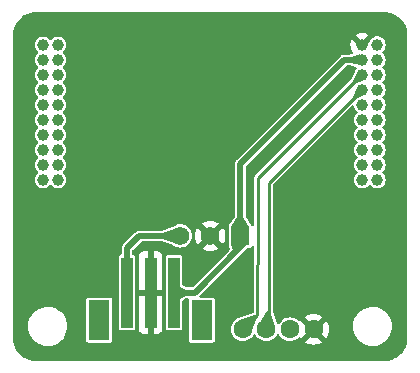
<source format=gtl>
G04 #@! TF.GenerationSoftware,KiCad,Pcbnew,7.0.5-0*
G04 #@! TF.CreationDate,2024-11-07T14:34:29-08:00*
G04 #@! TF.ProjectId,IMU Mount,494d5520-4d6f-4756-9e74-2e6b69636164,rev?*
G04 #@! TF.SameCoordinates,PX5f5e100PY5f5e100*
G04 #@! TF.FileFunction,Copper,L1,Top*
G04 #@! TF.FilePolarity,Positive*
%FSLAX46Y46*%
G04 Gerber Fmt 4.6, Leading zero omitted, Abs format (unit mm)*
G04 Created by KiCad (PCBNEW 7.0.5-0) date 2024-11-07 14:34:29*
%MOMM*%
%LPD*%
G01*
G04 APERTURE LIST*
G04 #@! TA.AperFunction,SMDPad,CuDef*
%ADD10R,1.000000X6.000000*%
G04 #@! TD*
G04 #@! TA.AperFunction,SMDPad,CuDef*
%ADD11R,1.800000X3.400000*%
G04 #@! TD*
G04 #@! TA.AperFunction,ComponentPad*
%ADD12R,1.574803X1.574803*%
G04 #@! TD*
G04 #@! TA.AperFunction,ComponentPad*
%ADD13C,1.574803*%
G04 #@! TD*
G04 #@! TA.AperFunction,ComponentPad*
%ADD14C,1.600000*%
G04 #@! TD*
G04 #@! TA.AperFunction,ComponentPad*
%ADD15C,1.000000*%
G04 #@! TD*
G04 #@! TA.AperFunction,ViaPad*
%ADD16C,0.900000*%
G04 #@! TD*
G04 #@! TA.AperFunction,Conductor*
%ADD17C,0.250000*%
G04 #@! TD*
G04 #@! TA.AperFunction,Conductor*
%ADD18C,0.500000*%
G04 #@! TD*
G04 APERTURE END LIST*
D10*
X13300000Y6250000D03*
X11300000Y6250000D03*
X9300000Y6250000D03*
D11*
X6949987Y3924879D03*
X15650013Y3924879D03*
D12*
X18890005Y11050000D03*
D13*
X16350000Y11050000D03*
X13809995Y11050000D03*
D14*
X25100000Y3150000D03*
X23100000Y3150000D03*
X21100000Y3150000D03*
X19100000Y3150000D03*
D15*
X29229998Y15809983D03*
X30500000Y15809983D03*
X29229998Y17079985D03*
X30500000Y17079985D03*
X29229998Y18349988D03*
X30500000Y18349988D03*
X29229998Y19619990D03*
X30500000Y19619990D03*
X29229998Y20889993D03*
X30500000Y20889993D03*
X29229998Y22159995D03*
X30500000Y22159995D03*
X29229998Y23429998D03*
X30500000Y23429998D03*
X29229998Y24700000D03*
X30500000Y24700000D03*
X29229998Y25970003D03*
X30500000Y25970003D03*
X29229998Y27240005D03*
X30500000Y27240005D03*
X2200000Y15800000D03*
X3470002Y15800000D03*
X2200000Y17070002D03*
X3470002Y17070002D03*
X2200000Y18340005D03*
X3470002Y18340005D03*
X2200000Y19610007D03*
X3470002Y19610007D03*
X2200000Y20880010D03*
X3470002Y20880010D03*
X2200000Y22150012D03*
X3470002Y22150012D03*
X2200000Y23420015D03*
X3470002Y23420015D03*
X2200000Y24690017D03*
X3470002Y24690017D03*
X2200000Y25960020D03*
X3470002Y25960020D03*
X2200000Y27230022D03*
X3470002Y27230022D03*
D16*
X29800000Y28850000D03*
X23550000Y20350000D03*
X2900000Y28850000D03*
D17*
X29150000Y23350000D02*
X21300000Y15500000D01*
X21300000Y3350000D02*
X21100000Y3150000D01*
X21300000Y15500000D02*
X21300000Y3350000D01*
X29150000Y23420003D02*
X29150000Y23350000D01*
X20400000Y8650000D02*
X20400000Y15940005D01*
X20350000Y8600000D02*
X20400000Y8650000D01*
X20350000Y4400000D02*
X20350000Y8600000D01*
X19100000Y3150000D02*
X20350000Y4400000D01*
X20400000Y15940005D02*
X29150000Y24690005D01*
D18*
X18890005Y17140005D02*
X27710008Y25960008D01*
X18890005Y10090005D02*
X15050000Y6250000D01*
X18890005Y11050000D02*
X18890005Y17140005D01*
X15050000Y6250000D02*
X13300000Y6250000D01*
X27710008Y25960008D02*
X29150000Y25960008D01*
X18890005Y11050000D02*
X18890005Y10090005D01*
X10350000Y11050000D02*
X9300000Y10000000D01*
X9300000Y10000000D02*
X9300000Y6250000D01*
X13809995Y11050000D02*
X10350000Y11050000D01*
G04 #@! TA.AperFunction,Conductor*
G36*
X29226201Y23432561D02*
G01*
X29232544Y23426241D01*
X29232561Y23426201D01*
X29416881Y22978879D01*
X29416864Y22969925D01*
X29410520Y22963604D01*
X29410518Y22963603D01*
X29162255Y22861376D01*
X29157800Y22860495D01*
X29144942Y22860495D01*
X29117674Y22853775D01*
X28979772Y22819786D01*
X28829145Y22740729D01*
X28795792Y22711182D01*
X28792489Y22709121D01*
X28618492Y22637474D01*
X28609537Y22637493D01*
X28605764Y22640020D01*
X28440019Y22805765D01*
X28436592Y22814038D01*
X28437472Y22818489D01*
X28763602Y23610520D01*
X28769921Y23616864D01*
X28778874Y23616883D01*
X29226201Y23432561D01*
G37*
G04 #@! TD.AperFunction*
G04 #@! TA.AperFunction,Conductor*
G36*
X20144956Y4366825D02*
G01*
X20148212Y4364528D01*
X20314527Y4198213D01*
X20317954Y4189940D01*
X20317275Y4186013D01*
X19843229Y2855432D01*
X19837225Y2848789D01*
X19828281Y2848338D01*
X19827743Y2848544D01*
X19103787Y3147438D01*
X19097448Y3153763D01*
X19097437Y3153788D01*
X18798543Y3877744D01*
X18798554Y3886699D01*
X18804893Y3893024D01*
X18805389Y3893215D01*
X20136014Y4367276D01*
X20144956Y4366825D01*
G37*
G04 #@! TD.AperFunction*
G04 #@! TA.AperFunction,Conductor*
G36*
X13807534Y6746233D02*
G01*
X14293532Y6503234D01*
X14299400Y6496469D01*
X14300000Y6492769D01*
X14300000Y6007231D01*
X14296573Y5998958D01*
X14293532Y5996766D01*
X13807534Y5753768D01*
X13798602Y5753133D01*
X13794037Y5755952D01*
X13493891Y6055498D01*
X13307296Y6241720D01*
X13303862Y6249988D01*
X13307280Y6258265D01*
X13794037Y6744050D01*
X13802314Y6747468D01*
X13807534Y6746233D01*
G37*
G04 #@! TD.AperFunction*
G04 #@! TA.AperFunction,Conductor*
G36*
X28778355Y24887100D02*
G01*
X29226201Y24702563D01*
X29232544Y24696243D01*
X29232561Y24696203D01*
X29416625Y24249501D01*
X29416608Y24240547D01*
X29410264Y24234226D01*
X29409652Y24233994D01*
X29032841Y24102895D01*
X29032319Y24102740D01*
X28979775Y24089789D01*
X28979773Y24089789D01*
X28950262Y24074301D01*
X28948670Y24073611D01*
X28590170Y23948882D01*
X28581230Y23949400D01*
X28578052Y23951659D01*
X28412280Y24117431D01*
X28408853Y24125704D01*
X28409966Y24130684D01*
X28763314Y24881265D01*
X28769938Y24887290D01*
X28778355Y24887100D01*
G37*
G04 #@! TD.AperFunction*
G04 #@! TA.AperFunction,Conductor*
G36*
X13255309Y11603860D02*
G01*
X13258312Y11601692D01*
X13807554Y11053435D01*
X13810988Y11045164D01*
X13810988Y11045139D01*
X13810016Y10279255D01*
X13806579Y10270986D01*
X13798301Y10267570D01*
X13794334Y10268268D01*
X12332859Y10797207D01*
X12326246Y10803245D01*
X12325141Y10808209D01*
X12325141Y11291545D01*
X12328568Y11299818D01*
X12333167Y11302654D01*
X13246380Y11604517D01*
X13255309Y11603860D01*
G37*
G04 #@! TD.AperFunction*
G04 #@! TA.AperFunction,Conductor*
G36*
X21424815Y4706791D02*
G01*
X21427652Y4702187D01*
X21835700Y3466455D01*
X21835040Y3457524D01*
X21829080Y3451982D01*
X21104489Y3150866D01*
X21095536Y3150856D01*
X20373869Y3450756D01*
X20367544Y3457095D01*
X20367555Y3466050D01*
X20368541Y3467925D01*
X21171540Y4704889D01*
X21178921Y4709962D01*
X21181355Y4710218D01*
X21416542Y4710218D01*
X21424815Y4706791D01*
G37*
G04 #@! TD.AperFunction*
G04 #@! TA.AperFunction,Conductor*
G36*
X18897622Y11041072D02*
G01*
X18898778Y11039726D01*
X19463483Y10270969D01*
X19465619Y10262272D01*
X19462050Y10255501D01*
X18640311Y9486231D01*
X18631929Y9483078D01*
X18624042Y9486499D01*
X18280161Y9830380D01*
X18277603Y9834228D01*
X18105543Y10255402D01*
X18105587Y10264354D01*
X18108098Y10268094D01*
X18881077Y11041073D01*
X18889349Y11044499D01*
X18897622Y11041072D01*
G37*
G04 #@! TD.AperFunction*
G04 #@! TA.AperFunction,Conductor*
G36*
X19142097Y12621376D02*
G01*
X19143488Y12619699D01*
X19671942Y11845408D01*
X19673775Y11836642D01*
X19670556Y11830544D01*
X18898283Y11057289D01*
X18890012Y11053857D01*
X18881737Y11057279D01*
X18881727Y11057289D01*
X18109453Y11830544D01*
X18106031Y11838819D01*
X18108066Y11845406D01*
X18636521Y12619699D01*
X18644016Y12624600D01*
X18646186Y12624803D01*
X19133824Y12624803D01*
X19142097Y12621376D01*
G37*
G04 #@! TD.AperFunction*
G04 #@! TA.AperFunction,Conductor*
G36*
X29037600Y26428098D02*
G01*
X29042619Y26422424D01*
X29229125Y25974500D01*
X29229142Y25965546D01*
X29229125Y25965506D01*
X29042527Y25517362D01*
X29036183Y25511041D01*
X29028885Y25510509D01*
X28240845Y25707791D01*
X28233651Y25713125D01*
X28231986Y25719141D01*
X28231986Y26201092D01*
X28235413Y26209365D01*
X28240582Y26212373D01*
X29028714Y26429208D01*
X29037600Y26428098D01*
G37*
G04 #@! TD.AperFunction*
G04 #@! TA.AperFunction,Conductor*
G36*
X28201511Y25505797D02*
G01*
X28660755Y25390827D01*
X28721008Y25355451D01*
X28752569Y25293116D01*
X28745420Y25223613D01*
X28712874Y25177728D01*
X28701817Y25167933D01*
X28605179Y25027930D01*
X28594468Y24999687D01*
X28580480Y24974045D01*
X28580510Y24974027D01*
X28580055Y24973266D01*
X28578266Y24969985D01*
X28577388Y24968798D01*
X28238726Y24249416D01*
X28214217Y24214550D01*
X20181803Y16182135D01*
X20177814Y16178480D01*
X20146805Y16152460D01*
X20126562Y16117399D01*
X20123656Y16112839D01*
X20100446Y16079692D01*
X20098206Y16074888D01*
X20091229Y16058044D01*
X20089410Y16053046D01*
X20082383Y16013194D01*
X20081212Y16007914D01*
X20070735Y15968814D01*
X20074264Y15928492D01*
X20074500Y15923085D01*
X20074500Y12020699D01*
X20054815Y11953660D01*
X20002011Y11907905D01*
X19932853Y11897961D01*
X19869297Y11926986D01*
X19845500Y11956487D01*
X19845112Y11956221D01*
X19841798Y11961076D01*
X19841725Y11961167D01*
X19841679Y11961252D01*
X19362085Y12663954D01*
X19340553Y12730423D01*
X19340505Y12733855D01*
X19340505Y16902040D01*
X19360190Y16969079D01*
X19376824Y16989721D01*
X27860292Y25473189D01*
X27921615Y25506674D01*
X27947973Y25509508D01*
X28171400Y25509508D01*
X28201511Y25505797D01*
G37*
G04 #@! TD.AperFunction*
G04 #@! TA.AperFunction,Conductor*
G36*
X31102018Y30020333D02*
G01*
X31292495Y30007850D01*
X31350407Y30004054D01*
X31358444Y30002996D01*
X31600574Y29954832D01*
X31608411Y29952732D01*
X31721044Y29914498D01*
X31842182Y29873377D01*
X31849676Y29870274D01*
X32071108Y29761075D01*
X32078121Y29757025D01*
X32283392Y29619864D01*
X32289829Y29614925D01*
X32475404Y29452177D01*
X32475432Y29452153D01*
X32481172Y29446412D01*
X32643943Y29260804D01*
X32648886Y29254363D01*
X32786038Y29049094D01*
X32790098Y29042063D01*
X32899280Y28820656D01*
X32902387Y28813155D01*
X32981739Y28579385D01*
X32983840Y28571543D01*
X33031998Y28329418D01*
X33033057Y28321369D01*
X33049367Y28072468D01*
X33049500Y28068413D01*
X33049500Y2430847D01*
X33049498Y2430829D01*
X33049499Y2402028D01*
X33049366Y2397972D01*
X33033098Y2149589D01*
X33032038Y2141539D01*
X33018005Y2070974D01*
X32983885Y1899404D01*
X32981785Y1891568D01*
X32902434Y1657787D01*
X32899330Y1650293D01*
X32790146Y1428879D01*
X32786086Y1421847D01*
X32648934Y1216578D01*
X32643991Y1210137D01*
X32481216Y1024525D01*
X32475475Y1018784D01*
X32289863Y856009D01*
X32283422Y851066D01*
X32078153Y713914D01*
X32071121Y709854D01*
X32033725Y691413D01*
X31849702Y600668D01*
X31842213Y597566D01*
X31722747Y557016D01*
X31608432Y518215D01*
X31600596Y516115D01*
X31499908Y496092D01*
X31358461Y467962D01*
X31350411Y466902D01*
X31102028Y450633D01*
X31097972Y450501D01*
X31058941Y450503D01*
X31058927Y450500D01*
X1602038Y450500D01*
X1597982Y450633D01*
X1349591Y466913D01*
X1341542Y467973D01*
X1099420Y516135D01*
X1091581Y518236D01*
X857799Y597594D01*
X850321Y600691D01*
X628901Y709883D01*
X621870Y713942D01*
X416602Y851098D01*
X410166Y856036D01*
X224551Y1018815D01*
X218812Y1024554D01*
X200785Y1045110D01*
X56033Y1210170D01*
X51101Y1216598D01*
X-86059Y1421871D01*
X-90116Y1428897D01*
X-199313Y1650329D01*
X-202405Y1657794D01*
X-281769Y1891592D01*
X-283864Y1899414D01*
X-332030Y2141556D01*
X-333088Y2149593D01*
X-334031Y2163976D01*
X-343869Y2314091D01*
X-349367Y2397982D01*
X-349500Y2402038D01*
X-349500Y3400000D01*
X944396Y3400000D01*
X964778Y3141010D01*
X1025427Y2888390D01*
X1124843Y2648377D01*
X1124845Y2648373D01*
X1124846Y2648372D01*
X1260588Y2426860D01*
X1429311Y2229311D01*
X1626860Y2060588D01*
X1848372Y1924846D01*
X1848374Y1924846D01*
X1848376Y1924844D01*
X1909693Y1899446D01*
X2088390Y1825427D01*
X2341006Y1764779D01*
X2600000Y1744396D01*
X2858994Y1764779D01*
X3111610Y1825427D01*
X3351628Y1924846D01*
X3573140Y2060588D01*
X3742373Y2205127D01*
X5849487Y2205127D01*
X5861118Y2146650D01*
X5861119Y2146649D01*
X5905434Y2080327D01*
X5971756Y2036012D01*
X5971757Y2036011D01*
X6030234Y2024380D01*
X6030237Y2024379D01*
X6030239Y2024379D01*
X7869737Y2024379D01*
X7869738Y2024380D01*
X7884555Y2027327D01*
X7928216Y2036011D01*
X7928216Y2036012D01*
X7928218Y2036012D01*
X7994539Y2080327D01*
X8038854Y2146648D01*
X8038854Y2146650D01*
X8038855Y2146650D01*
X8050486Y2205127D01*
X8050487Y2205129D01*
X8050487Y3230248D01*
X8599500Y3230248D01*
X8611131Y3171771D01*
X8611132Y3171770D01*
X8655447Y3105448D01*
X8721769Y3061133D01*
X8721770Y3061132D01*
X8780247Y3049501D01*
X8780250Y3049500D01*
X8780252Y3049500D01*
X9819750Y3049500D01*
X9819751Y3049501D01*
X9834568Y3052448D01*
X9878229Y3061132D01*
X9878229Y3061133D01*
X9878231Y3061133D01*
X9944552Y3105448D01*
X9988867Y3171769D01*
X9988867Y3171771D01*
X9988868Y3171771D01*
X10000499Y3230248D01*
X10000500Y3230250D01*
X10000500Y6000000D01*
X10300000Y6000000D01*
X10300000Y3202156D01*
X10306401Y3142628D01*
X10306403Y3142621D01*
X10356645Y3007914D01*
X10356649Y3007907D01*
X10442809Y2892813D01*
X10442812Y2892810D01*
X10557906Y2806650D01*
X10557913Y2806646D01*
X10692620Y2756404D01*
X10692627Y2756402D01*
X10752155Y2750001D01*
X10752172Y2750000D01*
X11050000Y2750000D01*
X11050000Y6000000D01*
X11550000Y6000000D01*
X11550000Y2750000D01*
X11847828Y2750000D01*
X11847844Y2750001D01*
X11907372Y2756402D01*
X11907379Y2756404D01*
X12042086Y2806646D01*
X12042093Y2806650D01*
X12157187Y2892810D01*
X12157190Y2892813D01*
X12243350Y3007907D01*
X12243354Y3007914D01*
X12293596Y3142621D01*
X12293598Y3142628D01*
X12299999Y3202156D01*
X12300000Y3202173D01*
X12300000Y3230248D01*
X12599500Y3230248D01*
X12611131Y3171771D01*
X12611132Y3171770D01*
X12655447Y3105448D01*
X12721769Y3061133D01*
X12721770Y3061132D01*
X12780247Y3049501D01*
X12780250Y3049500D01*
X12780252Y3049500D01*
X13819750Y3049500D01*
X13819751Y3049501D01*
X13834568Y3052448D01*
X13878229Y3061132D01*
X13878229Y3061133D01*
X13878231Y3061133D01*
X13944552Y3105448D01*
X13988867Y3171769D01*
X13988867Y3171771D01*
X13988868Y3171771D01*
X14000499Y3230248D01*
X14000500Y3230252D01*
X14000500Y5543860D01*
X14020185Y5610898D01*
X14069046Y5654768D01*
X14332330Y5786409D01*
X14387784Y5799500D01*
X14429224Y5799500D01*
X14496263Y5779815D01*
X14542018Y5727011D01*
X14551962Y5657853D01*
X14550842Y5651313D01*
X14549513Y5644632D01*
X14549513Y2205127D01*
X14561144Y2146650D01*
X14561145Y2146649D01*
X14605460Y2080327D01*
X14671782Y2036012D01*
X14671783Y2036011D01*
X14730260Y2024380D01*
X14730263Y2024379D01*
X14730265Y2024379D01*
X16569763Y2024379D01*
X16569764Y2024380D01*
X16584581Y2027327D01*
X16628242Y2036011D01*
X16628242Y2036012D01*
X16628244Y2036012D01*
X16694565Y2080327D01*
X16738880Y2146648D01*
X16738880Y2146650D01*
X16738881Y2146650D01*
X16750512Y2205127D01*
X16750513Y2205129D01*
X16750513Y5644630D01*
X16750512Y5644632D01*
X16738881Y5703109D01*
X16738880Y5703110D01*
X16694565Y5769432D01*
X16628243Y5813747D01*
X16628242Y5813748D01*
X16569765Y5825379D01*
X16569761Y5825379D01*
X15561844Y5825379D01*
X15494805Y5845064D01*
X15449050Y5897868D01*
X15439106Y5967026D01*
X15468131Y6030582D01*
X15474163Y6037060D01*
X16282337Y6845234D01*
X18750999Y9313898D01*
X18773223Y9331531D01*
X18780753Y9336210D01*
X19497574Y10007261D01*
X19520392Y10028622D01*
X19582786Y10060067D01*
X19605136Y10062098D01*
X19697157Y10062098D01*
X19697158Y10062099D01*
X19711975Y10065046D01*
X19755636Y10073730D01*
X19755636Y10073731D01*
X19755638Y10073731D01*
X19821959Y10118046D01*
X19823287Y10120033D01*
X19847398Y10156117D01*
X19901010Y10200923D01*
X19970335Y10209630D01*
X20033362Y10179476D01*
X20070082Y10120033D01*
X20074500Y10087227D01*
X20074500Y8813134D01*
X20054815Y8746095D01*
X20052077Y8742013D01*
X20050445Y8739683D01*
X20048202Y8734873D01*
X20041231Y8718042D01*
X20039410Y8713041D01*
X20032383Y8673189D01*
X20031212Y8667908D01*
X20020735Y8628808D01*
X20024263Y8588490D01*
X20024499Y8583084D01*
X20024499Y4633156D01*
X20004814Y4566117D01*
X19952010Y4520362D01*
X19942114Y4516348D01*
X18735217Y4086368D01*
X18732747Y4085453D01*
X18725014Y4082476D01*
X18724908Y4082750D01*
X18720060Y4080797D01*
X18715268Y4078812D01*
X18541467Y3985914D01*
X18541460Y3985910D01*
X18389116Y3860884D01*
X18264090Y3708540D01*
X18264086Y3708533D01*
X18171188Y3534734D01*
X18113975Y3346130D01*
X18094659Y3150000D01*
X18113975Y2953871D01*
X18123218Y2923401D01*
X18164757Y2786465D01*
X18171188Y2765267D01*
X18264086Y2591468D01*
X18264090Y2591461D01*
X18389116Y2439117D01*
X18541460Y2314091D01*
X18541467Y2314087D01*
X18715266Y2221189D01*
X18715269Y2221189D01*
X18715273Y2221186D01*
X18903868Y2163976D01*
X19100000Y2144659D01*
X19296132Y2163976D01*
X19484727Y2221186D01*
X19658538Y2314090D01*
X19810883Y2439117D01*
X19935910Y2591462D01*
X19990642Y2693860D01*
X20039602Y2743702D01*
X20107739Y2759163D01*
X20173419Y2735332D01*
X20209357Y2693858D01*
X20264085Y2591468D01*
X20264090Y2591461D01*
X20389116Y2439117D01*
X20541460Y2314091D01*
X20541467Y2314087D01*
X20715266Y2221189D01*
X20715269Y2221189D01*
X20715273Y2221186D01*
X20903868Y2163976D01*
X21100000Y2144659D01*
X21296132Y2163976D01*
X21484727Y2221186D01*
X21658538Y2314090D01*
X21810883Y2439117D01*
X21935910Y2591462D01*
X21966332Y2648377D01*
X21990642Y2693857D01*
X22039604Y2743701D01*
X22107742Y2759162D01*
X22173421Y2735330D01*
X22209358Y2693857D01*
X22264086Y2591468D01*
X22264090Y2591461D01*
X22389116Y2439117D01*
X22541460Y2314091D01*
X22541467Y2314087D01*
X22715266Y2221189D01*
X22715269Y2221189D01*
X22715273Y2221186D01*
X22903868Y2163976D01*
X23100000Y2144659D01*
X23296132Y2163976D01*
X23484727Y2221186D01*
X23658538Y2314090D01*
X23810883Y2439117D01*
X23810884Y2439118D01*
X23815051Y2444195D01*
X23872795Y2483531D01*
X23942640Y2485404D01*
X24002409Y2449218D01*
X24012481Y2436656D01*
X24020972Y2424529D01*
X24020974Y2424528D01*
X24616922Y3020477D01*
X24640507Y2940156D01*
X24718239Y2819202D01*
X24826900Y2725048D01*
X24957685Y2665320D01*
X24967466Y2663914D01*
X24374526Y2070975D01*
X24374526Y2070974D01*
X24447512Y2019869D01*
X24447516Y2019867D01*
X24653673Y1923735D01*
X24653682Y1923731D01*
X24873389Y1864861D01*
X24873400Y1864859D01*
X25099998Y1845034D01*
X25100002Y1845034D01*
X25326599Y1864859D01*
X25326610Y1864861D01*
X25546317Y1923731D01*
X25546331Y1923736D01*
X25752478Y2019864D01*
X25825472Y2070975D01*
X25232534Y2663914D01*
X25242315Y2665320D01*
X25373100Y2725048D01*
X25481761Y2819202D01*
X25559493Y2940156D01*
X25583076Y3020477D01*
X26179025Y2424528D01*
X26230136Y2497522D01*
X26326264Y2703669D01*
X26326269Y2703683D01*
X26385139Y2923390D01*
X26385141Y2923401D01*
X26404966Y3149998D01*
X26404966Y3150003D01*
X26385141Y3376600D01*
X26385139Y3376611D01*
X26378872Y3400001D01*
X28444396Y3400001D01*
X28464778Y3141010D01*
X28525427Y2888390D01*
X28624843Y2648377D01*
X28624845Y2648373D01*
X28624846Y2648372D01*
X28760588Y2426860D01*
X28929311Y2229311D01*
X29126860Y2060588D01*
X29348372Y1924846D01*
X29348374Y1924846D01*
X29348376Y1924844D01*
X29409693Y1899446D01*
X29588390Y1825427D01*
X29841006Y1764779D01*
X30100000Y1744396D01*
X30358994Y1764779D01*
X30611610Y1825427D01*
X30851628Y1924846D01*
X31073140Y2060588D01*
X31270689Y2229311D01*
X31439412Y2426860D01*
X31575154Y2648372D01*
X31674573Y2888390D01*
X31735221Y3141006D01*
X31755604Y3400000D01*
X31735221Y3658994D01*
X31674573Y3911610D01*
X31611879Y4062965D01*
X31575156Y4151624D01*
X31572878Y4155341D01*
X31439412Y4373140D01*
X31270689Y4570689D01*
X31073140Y4739412D01*
X30851628Y4875154D01*
X30851627Y4875155D01*
X30851623Y4875157D01*
X30672141Y4949500D01*
X30611610Y4974573D01*
X30611611Y4974573D01*
X30473921Y5007630D01*
X30358994Y5035221D01*
X30358992Y5035222D01*
X30358991Y5035222D01*
X30100000Y5055604D01*
X29841009Y5035222D01*
X29588389Y4974573D01*
X29348376Y4875157D01*
X29126859Y4739412D01*
X28929311Y4570689D01*
X28760588Y4373141D01*
X28624843Y4151624D01*
X28525427Y3911611D01*
X28464778Y3658991D01*
X28444396Y3400001D01*
X26378872Y3400001D01*
X26326269Y3596318D01*
X26326265Y3596327D01*
X26230133Y3802484D01*
X26230131Y3802488D01*
X26179026Y3875474D01*
X26179025Y3875474D01*
X25583076Y3279525D01*
X25559493Y3359844D01*
X25481761Y3480798D01*
X25373100Y3574952D01*
X25242315Y3634680D01*
X25232533Y3636087D01*
X25825472Y4229026D01*
X25825471Y4229027D01*
X25752483Y4280134D01*
X25752481Y4280135D01*
X25546326Y4376266D01*
X25546317Y4376270D01*
X25326610Y4435140D01*
X25326599Y4435142D01*
X25100002Y4454966D01*
X25099998Y4454966D01*
X24873400Y4435142D01*
X24873389Y4435140D01*
X24653682Y4376270D01*
X24653673Y4376266D01*
X24447513Y4280132D01*
X24374527Y4229028D01*
X24374526Y4229027D01*
X24967467Y3636087D01*
X24957685Y3634680D01*
X24826900Y3574952D01*
X24718239Y3480798D01*
X24640507Y3359844D01*
X24616923Y3279524D01*
X24020973Y3875474D01*
X24020971Y3875473D01*
X24012479Y3863344D01*
X23957902Y3819719D01*
X23888404Y3812527D01*
X23826049Y3844049D01*
X23815049Y3855807D01*
X23810883Y3860884D01*
X23658539Y3985910D01*
X23658532Y3985914D01*
X23484733Y4078812D01*
X23484727Y4078814D01*
X23296132Y4136024D01*
X23296129Y4136025D01*
X23100000Y4155341D01*
X22903870Y4136025D01*
X22715266Y4078812D01*
X22541467Y3985914D01*
X22541460Y3985910D01*
X22389116Y3860884D01*
X22264090Y3708540D01*
X22264088Y3708536D01*
X22220034Y3626117D01*
X22171071Y3576273D01*
X22102933Y3560813D01*
X22037254Y3584645D01*
X21994885Y3640203D01*
X21992936Y3645670D01*
X21631751Y4739483D01*
X21625499Y4778353D01*
X21625499Y15313813D01*
X21645184Y15380851D01*
X21661818Y15401493D01*
X25078244Y18817919D01*
X28333011Y22072686D01*
X28394332Y22106169D01*
X28464024Y22101185D01*
X28519957Y22059313D01*
X28543786Y21999951D01*
X28544857Y21991126D01*
X28544858Y21991121D01*
X28605180Y21832064D01*
X28661395Y21750624D01*
X28701814Y21692067D01*
X28701816Y21692065D01*
X28785633Y21617809D01*
X28822760Y21558620D01*
X28821992Y21488754D01*
X28785633Y21432179D01*
X28701816Y21357924D01*
X28605180Y21217925D01*
X28544858Y21058868D01*
X28544857Y21058863D01*
X28524353Y20889993D01*
X28544857Y20721124D01*
X28544858Y20721119D01*
X28605180Y20562062D01*
X28661395Y20480622D01*
X28701815Y20422064D01*
X28785635Y20347807D01*
X28822761Y20288618D01*
X28821993Y20218753D01*
X28785634Y20162177D01*
X28701816Y20087921D01*
X28605180Y19947922D01*
X28544858Y19788865D01*
X28544857Y19788860D01*
X28524353Y19619990D01*
X28544857Y19451121D01*
X28544858Y19451116D01*
X28605180Y19292059D01*
X28661395Y19210619D01*
X28701815Y19152061D01*
X28785634Y19077804D01*
X28822760Y19018616D01*
X28821992Y18948751D01*
X28785634Y18892175D01*
X28701814Y18817917D01*
X28605180Y18677920D01*
X28544858Y18518863D01*
X28544857Y18518858D01*
X28524353Y18349989D01*
X28544857Y18181119D01*
X28544858Y18181114D01*
X28605180Y18022057D01*
X28661395Y17940617D01*
X28701815Y17882059D01*
X28785635Y17807802D01*
X28822761Y17748613D01*
X28821993Y17678748D01*
X28785634Y17622172D01*
X28701816Y17547916D01*
X28605180Y17407917D01*
X28544858Y17248860D01*
X28544857Y17248855D01*
X28524353Y17079985D01*
X28544857Y16911116D01*
X28544858Y16911111D01*
X28605180Y16752054D01*
X28661395Y16670614D01*
X28701814Y16612057D01*
X28701816Y16612055D01*
X28785633Y16537799D01*
X28822760Y16478610D01*
X28821992Y16408744D01*
X28785633Y16352169D01*
X28701816Y16277914D01*
X28605180Y16137915D01*
X28544858Y15978858D01*
X28544857Y15978853D01*
X28524353Y15809984D01*
X28544857Y15641114D01*
X28544858Y15641109D01*
X28605180Y15482052D01*
X28660787Y15401493D01*
X28701815Y15342054D01*
X28807503Y15248423D01*
X28829148Y15229247D01*
X28979771Y15150194D01*
X28979773Y15150193D01*
X29144942Y15109483D01*
X29315054Y15109483D01*
X29480223Y15150193D01*
X29559690Y15191902D01*
X29630847Y15229247D01*
X29630848Y15229249D01*
X29630850Y15229249D01*
X29758181Y15342054D01*
X29762949Y15348963D01*
X29817231Y15392952D01*
X29886679Y15400612D01*
X29949245Y15369509D01*
X29967047Y15348965D01*
X29971817Y15342054D01*
X30075494Y15250204D01*
X30099150Y15229247D01*
X30249773Y15150194D01*
X30249775Y15150193D01*
X30414944Y15109483D01*
X30585056Y15109483D01*
X30750225Y15150193D01*
X30829692Y15191902D01*
X30900849Y15229247D01*
X30900850Y15229249D01*
X30900852Y15229249D01*
X31028183Y15342054D01*
X31124818Y15482053D01*
X31185140Y15641111D01*
X31205645Y15809983D01*
X31185140Y15978855D01*
X31124818Y16137913D01*
X31028183Y16277912D01*
X30944362Y16352170D01*
X30907237Y16411358D01*
X30908005Y16481223D01*
X30944362Y16537798D01*
X31028183Y16612056D01*
X31124818Y16752055D01*
X31185140Y16911113D01*
X31205645Y17079985D01*
X31185140Y17248857D01*
X31124818Y17407915D01*
X31028183Y17547914D01*
X30944361Y17622173D01*
X30907236Y17681361D01*
X30908004Y17751226D01*
X30944362Y17807801D01*
X31028183Y17882059D01*
X31124818Y18022058D01*
X31185140Y18181116D01*
X31205645Y18349988D01*
X31185140Y18518860D01*
X31124818Y18677918D01*
X31028183Y18817917D01*
X31028181Y18817919D01*
X30944364Y18892175D01*
X30907237Y18951364D01*
X30908005Y19021230D01*
X30944363Y19077804D01*
X31028183Y19152061D01*
X31124818Y19292060D01*
X31185140Y19451118D01*
X31205645Y19619990D01*
X31185140Y19788862D01*
X31124818Y19947920D01*
X31028183Y20087919D01*
X30944361Y20162178D01*
X30907236Y20221366D01*
X30908004Y20291231D01*
X30944362Y20347806D01*
X31028183Y20422064D01*
X31124818Y20562063D01*
X31185140Y20721121D01*
X31205645Y20889993D01*
X31185140Y21058865D01*
X31124818Y21217923D01*
X31028183Y21357922D01*
X30944362Y21432180D01*
X30907237Y21491368D01*
X30908005Y21561233D01*
X30944362Y21617808D01*
X31028183Y21692066D01*
X31124818Y21832065D01*
X31185140Y21991123D01*
X31205645Y22159995D01*
X31185140Y22328867D01*
X31124818Y22487925D01*
X31028183Y22627924D01*
X30944361Y22702183D01*
X30907236Y22761371D01*
X30908004Y22831236D01*
X30944362Y22887811D01*
X31028183Y22962069D01*
X31124818Y23102068D01*
X31185140Y23261126D01*
X31205645Y23429998D01*
X31185140Y23598870D01*
X31124818Y23757928D01*
X31028183Y23897927D01*
X30944362Y23972185D01*
X30907237Y24031373D01*
X30908005Y24101238D01*
X30944362Y24157813D01*
X31028183Y24232071D01*
X31124818Y24372070D01*
X31185140Y24531128D01*
X31205645Y24700000D01*
X31185140Y24868872D01*
X31124818Y25027930D01*
X31028183Y25167929D01*
X30944361Y25242188D01*
X30907236Y25301376D01*
X30908004Y25371241D01*
X30944362Y25427816D01*
X31028183Y25502074D01*
X31124818Y25642073D01*
X31185140Y25801131D01*
X31205645Y25970003D01*
X31185140Y26138875D01*
X31124818Y26297933D01*
X31105048Y26326574D01*
X31051572Y26404047D01*
X31028183Y26437932D01*
X30944362Y26512190D01*
X30907237Y26571378D01*
X30908005Y26641243D01*
X30944362Y26697818D01*
X31028183Y26772076D01*
X31124818Y26912075D01*
X31185140Y27071133D01*
X31205645Y27240005D01*
X31185140Y27408877D01*
X31124818Y27567935D01*
X31028183Y27707934D01*
X30900852Y27820739D01*
X30900849Y27820742D01*
X30750226Y27899795D01*
X30585056Y27940505D01*
X30414944Y27940505D01*
X30249773Y27899795D01*
X30099150Y27820742D01*
X29971816Y27707933D01*
X29875181Y27567935D01*
X29875178Y27567929D01*
X29862442Y27534346D01*
X29834182Y27490638D01*
X29554992Y27211448D01*
X29554992Y27297310D01*
X29515793Y27405009D01*
X29442123Y27492806D01*
X29342867Y27550111D01*
X29258434Y27564999D01*
X29201562Y27564999D01*
X29117129Y27550111D01*
X29017873Y27492806D01*
X28944203Y27405009D01*
X28905004Y27297310D01*
X28905004Y27211446D01*
X28367921Y27748529D01*
X28367920Y27748529D01*
X28301650Y27624544D01*
X28244466Y27436036D01*
X28225159Y27240006D01*
X28244466Y27043973D01*
X28301649Y26855466D01*
X28394501Y26681752D01*
X28394505Y26681745D01*
X28416590Y26654835D01*
X28443903Y26590525D01*
X28432112Y26521658D01*
X28384960Y26470097D01*
X28353631Y26456613D01*
X28202207Y26414951D01*
X28169313Y26410508D01*
X27738791Y26410508D01*
X27731852Y26410898D01*
X27718638Y26412387D01*
X27692973Y26415279D01*
X27635654Y26404435D01*
X27633372Y26404047D01*
X27585788Y26396874D01*
X27575721Y26395356D01*
X27575720Y26395356D01*
X27575715Y26395355D01*
X27567558Y26392840D01*
X27559535Y26390032D01*
X27507947Y26362767D01*
X27505878Y26361722D01*
X27453368Y26336435D01*
X27446318Y26331629D01*
X27439466Y26326572D01*
X27398234Y26285340D01*
X27396565Y26283732D01*
X27353812Y26244062D01*
X27348020Y26236799D01*
X27347368Y26237319D01*
X27337976Y26225082D01*
X18591809Y17478913D01*
X18586622Y17474278D01*
X18556038Y17449888D01*
X18556035Y17449884D01*
X18523176Y17401692D01*
X18521837Y17399805D01*
X18487211Y17352887D01*
X18483221Y17345338D01*
X18479533Y17337680D01*
X18462336Y17281931D01*
X18461612Y17279730D01*
X18442358Y17224701D01*
X18440776Y17216346D01*
X18439505Y17207906D01*
X18439505Y17149585D01*
X18439462Y17147300D01*
X18438599Y17124235D01*
X18437280Y17088994D01*
X18438320Y17079763D01*
X18437489Y17079670D01*
X18439504Y17064376D01*
X18439504Y12733856D01*
X18419819Y12666817D01*
X18417924Y12663955D01*
X17938330Y11961252D01*
X17924958Y11933518D01*
X17920660Y11925997D01*
X17913736Y11915633D01*
X17913734Y11915628D01*
X17912653Y11910197D01*
X17911086Y11904008D01*
X17909687Y11899481D01*
X17900860Y11850461D01*
X17900845Y11847668D01*
X17902102Y11832712D01*
X17902102Y10288272D01*
X17900275Y10272354D01*
X17900903Y10272280D01*
X17900089Y10265368D01*
X17900045Y10256409D01*
X17900962Y10251681D01*
X17901796Y10245960D01*
X17902102Y10242848D01*
X17914582Y10180106D01*
X17915302Y10177692D01*
X18007481Y9952051D01*
X18014611Y9882546D01*
X17983032Y9820220D01*
X17980371Y9817476D01*
X14899716Y6736819D01*
X14838393Y6703334D01*
X14812035Y6700500D01*
X14387784Y6700500D01*
X14332330Y6713591D01*
X14200687Y6779413D01*
X14069045Y6845234D01*
X14017887Y6892822D01*
X14000500Y6956143D01*
X14000500Y9269751D01*
X14000499Y9269753D01*
X13988868Y9328230D01*
X13988867Y9328231D01*
X13944552Y9394553D01*
X13878230Y9438868D01*
X13878229Y9438869D01*
X13819752Y9450500D01*
X13819748Y9450500D01*
X12780252Y9450500D01*
X12780247Y9450500D01*
X12721770Y9438869D01*
X12721769Y9438868D01*
X12655447Y9394553D01*
X12611132Y9328231D01*
X12611131Y9328230D01*
X12599500Y9269753D01*
X12599500Y3230248D01*
X12300000Y3230248D01*
X12300000Y6000000D01*
X11550000Y6000000D01*
X11050000Y6000000D01*
X10300000Y6000000D01*
X10000500Y6000000D01*
X10000500Y6500000D01*
X10299999Y6500000D01*
X11050000Y6500000D01*
X11050000Y9750000D01*
X11550000Y9750000D01*
X11550000Y6500000D01*
X12300000Y6500000D01*
X12300000Y9297828D01*
X12299999Y9297845D01*
X12293598Y9357373D01*
X12293596Y9357380D01*
X12243354Y9492087D01*
X12243350Y9492094D01*
X12157190Y9607188D01*
X12157187Y9607191D01*
X12042093Y9693351D01*
X12042086Y9693355D01*
X11907379Y9743597D01*
X11907372Y9743599D01*
X11847844Y9750000D01*
X11550000Y9750000D01*
X11050000Y9750000D01*
X10752155Y9750000D01*
X10692627Y9743599D01*
X10692620Y9743597D01*
X10557913Y9693355D01*
X10557906Y9693351D01*
X10442812Y9607191D01*
X10442809Y9607188D01*
X10356649Y9492094D01*
X10356645Y9492087D01*
X10306403Y9357380D01*
X10306401Y9357373D01*
X10300000Y9297845D01*
X10300000Y9297828D01*
X10299999Y6500000D01*
X10000500Y6500000D01*
X10000500Y9269751D01*
X10000499Y9269753D01*
X9988868Y9328230D01*
X9988867Y9328231D01*
X9944552Y9394553D01*
X9878230Y9438868D01*
X9850308Y9444422D01*
X9788397Y9476807D01*
X9753823Y9537523D01*
X9750500Y9566039D01*
X9750500Y9762035D01*
X9770185Y9829074D01*
X9786819Y9849716D01*
X10500284Y10563181D01*
X10561607Y10596666D01*
X10587965Y10599500D01*
X12253535Y10599500D01*
X12295735Y10592098D01*
X13196974Y10265920D01*
X13233437Y10245177D01*
X13258491Y10224616D01*
X13258494Y10224614D01*
X13258496Y10224613D01*
X13430107Y10132884D01*
X13430109Y10132884D01*
X13430112Y10132882D01*
X13616333Y10076393D01*
X13809995Y10057319D01*
X14003657Y10076393D01*
X14189878Y10132882D01*
X14361499Y10224616D01*
X14511926Y10348069D01*
X14635379Y10498496D01*
X14727113Y10670117D01*
X14783602Y10856338D01*
X14802676Y11049999D01*
X15057681Y11049999D01*
X15077313Y10825597D01*
X15077315Y10825586D01*
X15135614Y10608009D01*
X15135618Y10608000D01*
X15230818Y10403841D01*
X15280020Y10333574D01*
X15858859Y10912414D01*
X15881309Y10835956D01*
X15960598Y10712581D01*
X16071433Y10616542D01*
X16204836Y10555618D01*
X16208625Y10555074D01*
X15633572Y9980022D01*
X15703842Y9930818D01*
X15907999Y9835619D01*
X15908008Y9835615D01*
X16125585Y9777316D01*
X16125596Y9777314D01*
X16349998Y9757681D01*
X16350002Y9757681D01*
X16574403Y9777314D01*
X16574414Y9777316D01*
X16791991Y9835615D01*
X16792000Y9835619D01*
X16996161Y9930820D01*
X17066425Y9980022D01*
X16491373Y10555074D01*
X16495164Y10555618D01*
X16628567Y10616542D01*
X16739402Y10712581D01*
X16818691Y10835956D01*
X16841140Y10912414D01*
X17419978Y10333575D01*
X17469180Y10403839D01*
X17564381Y10608000D01*
X17564385Y10608009D01*
X17622684Y10825586D01*
X17622686Y10825597D01*
X17642319Y11049999D01*
X17642319Y11050002D01*
X17622686Y11274404D01*
X17622684Y11274415D01*
X17564385Y11491992D01*
X17564381Y11492001D01*
X17469181Y11696159D01*
X17469180Y11696161D01*
X17419979Y11766428D01*
X17419978Y11766428D01*
X16841139Y11187589D01*
X16818691Y11264044D01*
X16739402Y11387419D01*
X16628567Y11483458D01*
X16495164Y11544382D01*
X16491372Y11544928D01*
X17066426Y12119980D01*
X16996159Y12169182D01*
X16792000Y12264382D01*
X16791991Y12264386D01*
X16574414Y12322685D01*
X16574403Y12322687D01*
X16350002Y12342319D01*
X16349998Y12342319D01*
X16125596Y12322687D01*
X16125585Y12322685D01*
X15908008Y12264386D01*
X15907999Y12264383D01*
X15703838Y12169180D01*
X15633573Y12119981D01*
X15633572Y12119980D01*
X16208625Y11544927D01*
X16204836Y11544382D01*
X16071433Y11483458D01*
X15960598Y11387419D01*
X15881309Y11264044D01*
X15858860Y11187589D01*
X15280020Y11766428D01*
X15280019Y11766428D01*
X15230820Y11696162D01*
X15135617Y11492001D01*
X15135614Y11491992D01*
X15077315Y11274415D01*
X15077313Y11274404D01*
X15057681Y11050002D01*
X15057681Y11049999D01*
X14802676Y11049999D01*
X14802676Y11050000D01*
X14783602Y11243662D01*
X14727113Y11429883D01*
X14635379Y11601504D01*
X14635376Y11601508D01*
X14511926Y11751932D01*
X14361502Y11875382D01*
X14361500Y11875383D01*
X14361499Y11875384D01*
X14201182Y11961076D01*
X14189880Y11967117D01*
X14189879Y11967118D01*
X14189878Y11967118D01*
X14096767Y11995363D01*
X14003655Y12023608D01*
X13831151Y12040598D01*
X13809995Y12042681D01*
X13809994Y12042681D01*
X13616334Y12023608D01*
X13430109Y11967117D01*
X13333791Y11915633D01*
X13258491Y11875384D01*
X13258489Y11875383D01*
X13258488Y11875382D01*
X13173442Y11805587D01*
X13133695Y11783706D01*
X12295880Y11506765D01*
X12256963Y11500500D01*
X10378783Y11500500D01*
X10371844Y11500890D01*
X10356322Y11502639D01*
X10332963Y11505271D01*
X10275672Y11494430D01*
X10273387Y11494042D01*
X10215715Y11485349D01*
X10207532Y11482825D01*
X10199529Y11480024D01*
X10147961Y11452770D01*
X10145892Y11451725D01*
X10093357Y11426426D01*
X10086338Y11421641D01*
X10079460Y11416565D01*
X10038239Y11375344D01*
X10036571Y11373737D01*
X9993804Y11334054D01*
X9988013Y11326792D01*
X9987362Y11327312D01*
X9977967Y11315072D01*
X9001804Y10338908D01*
X8996617Y10334273D01*
X8966033Y10309883D01*
X8966030Y10309879D01*
X8933171Y10261687D01*
X8931832Y10259800D01*
X8897206Y10212882D01*
X8893216Y10205333D01*
X8889528Y10197675D01*
X8872331Y10141926D01*
X8871607Y10139725D01*
X8852353Y10084696D01*
X8850771Y10076341D01*
X8849500Y10067900D01*
X8849500Y10009580D01*
X8849457Y10007295D01*
X8848614Y9984759D01*
X8847275Y9948990D01*
X8848316Y9939757D01*
X8847485Y9939664D01*
X8849500Y9924365D01*
X8849500Y9566039D01*
X8829815Y9499000D01*
X8777011Y9453245D01*
X8749692Y9444422D01*
X8721770Y9438868D01*
X8721769Y9438868D01*
X8655447Y9394553D01*
X8611132Y9328231D01*
X8611131Y9328230D01*
X8599500Y9269753D01*
X8599500Y3230248D01*
X8050487Y3230248D01*
X8050487Y5644630D01*
X8050486Y5644632D01*
X8038855Y5703109D01*
X8038854Y5703110D01*
X7994539Y5769432D01*
X7928217Y5813747D01*
X7928216Y5813748D01*
X7869739Y5825379D01*
X7869735Y5825379D01*
X6030239Y5825379D01*
X6030234Y5825379D01*
X5971757Y5813748D01*
X5971756Y5813747D01*
X5905434Y5769432D01*
X5861119Y5703110D01*
X5861118Y5703109D01*
X5849487Y5644632D01*
X5849487Y2205127D01*
X3742373Y2205127D01*
X3770689Y2229311D01*
X3939412Y2426860D01*
X4075154Y2648372D01*
X4174573Y2888390D01*
X4235221Y3141006D01*
X4255604Y3400000D01*
X4235221Y3658994D01*
X4174573Y3911610D01*
X4111879Y4062965D01*
X4075156Y4151624D01*
X4072878Y4155341D01*
X3939412Y4373140D01*
X3770689Y4570689D01*
X3573140Y4739412D01*
X3351628Y4875154D01*
X3351627Y4875155D01*
X3351623Y4875157D01*
X3172141Y4949500D01*
X3111610Y4974573D01*
X3111611Y4974573D01*
X2973921Y5007630D01*
X2858994Y5035221D01*
X2858992Y5035222D01*
X2858991Y5035222D01*
X2624189Y5053701D01*
X2600000Y5055604D01*
X2599999Y5055604D01*
X2341009Y5035222D01*
X2088389Y4974573D01*
X1848376Y4875157D01*
X1626859Y4739412D01*
X1429311Y4570689D01*
X1260588Y4373141D01*
X1124843Y4151624D01*
X1025427Y3911611D01*
X964778Y3658991D01*
X944396Y3400000D01*
X-349500Y3400000D01*
X-349500Y15800001D01*
X1494355Y15800001D01*
X1514859Y15631131D01*
X1514860Y15631126D01*
X1575182Y15472069D01*
X1623898Y15401493D01*
X1671817Y15332071D01*
X1777505Y15238440D01*
X1799150Y15219264D01*
X1930752Y15150194D01*
X1949775Y15140210D01*
X2114944Y15099500D01*
X2285056Y15099500D01*
X2450225Y15140210D01*
X2529692Y15181919D01*
X2600849Y15219264D01*
X2600850Y15219266D01*
X2600852Y15219266D01*
X2728183Y15332071D01*
X2732948Y15338976D01*
X2787226Y15382966D01*
X2856674Y15390630D01*
X2919241Y15359531D01*
X2937047Y15338983D01*
X2941816Y15332074D01*
X2941818Y15332072D01*
X2941819Y15332071D01*
X3018217Y15264389D01*
X3069152Y15219264D01*
X3200754Y15150194D01*
X3219777Y15140210D01*
X3384946Y15099500D01*
X3555058Y15099500D01*
X3720227Y15140210D01*
X3799694Y15181919D01*
X3870851Y15219264D01*
X3870852Y15219266D01*
X3870854Y15219266D01*
X3998185Y15332071D01*
X4094820Y15472070D01*
X4155142Y15631128D01*
X4175647Y15800000D01*
X4155142Y15968872D01*
X4094820Y16127930D01*
X3998185Y16267929D01*
X3998183Y16267931D01*
X3914366Y16342187D01*
X3877239Y16401376D01*
X3878007Y16471242D01*
X3914365Y16527816D01*
X3998185Y16602073D01*
X4094820Y16742072D01*
X4155142Y16901130D01*
X4175647Y17070002D01*
X4155142Y17238874D01*
X4094820Y17397932D01*
X4093527Y17399805D01*
X4038922Y17478913D01*
X3998185Y17537931D01*
X3914363Y17612190D01*
X3877238Y17671378D01*
X3878006Y17741243D01*
X3914364Y17797818D01*
X3998185Y17872076D01*
X4094820Y18012075D01*
X4155142Y18171133D01*
X4175647Y18340005D01*
X4155142Y18508877D01*
X4094820Y18667935D01*
X3998185Y18807934D01*
X3914364Y18882192D01*
X3877239Y18941380D01*
X3878007Y19011245D01*
X3914364Y19067820D01*
X3998185Y19142078D01*
X4094820Y19282077D01*
X4155142Y19441135D01*
X4175647Y19610007D01*
X4155142Y19778879D01*
X4094820Y19937937D01*
X3998185Y20077936D01*
X3914363Y20152195D01*
X3877238Y20211383D01*
X3878006Y20281248D01*
X3914364Y20337823D01*
X3998185Y20412081D01*
X4094820Y20552080D01*
X4155142Y20711138D01*
X4175647Y20880010D01*
X4155142Y21048882D01*
X4094820Y21207940D01*
X3998185Y21347939D01*
X3914364Y21422197D01*
X3877239Y21481385D01*
X3878007Y21551250D01*
X3914364Y21607825D01*
X3998185Y21682083D01*
X4094820Y21822082D01*
X4155142Y21981140D01*
X4175647Y22150012D01*
X4155142Y22318884D01*
X4094820Y22477942D01*
X3998185Y22617941D01*
X3914363Y22692200D01*
X3877238Y22751388D01*
X3878006Y22821253D01*
X3914364Y22877828D01*
X3998185Y22952086D01*
X4094820Y23092085D01*
X4155142Y23251143D01*
X4175647Y23420015D01*
X4155142Y23588887D01*
X4094820Y23747945D01*
X3998185Y23887944D01*
X3914364Y23962202D01*
X3877239Y24021390D01*
X3878007Y24091255D01*
X3914364Y24147830D01*
X3998185Y24222088D01*
X4094820Y24362087D01*
X4155142Y24521145D01*
X4175647Y24690017D01*
X4155142Y24858889D01*
X4094820Y25017947D01*
X3998185Y25157946D01*
X3914363Y25232205D01*
X3877238Y25291393D01*
X3878006Y25361258D01*
X3914364Y25417833D01*
X3998185Y25492091D01*
X4094820Y25632090D01*
X4155142Y25791148D01*
X4175647Y25960020D01*
X4155142Y26128892D01*
X4094820Y26287950D01*
X3998185Y26427949D01*
X3998183Y26427951D01*
X3914366Y26502207D01*
X3877239Y26561396D01*
X3878007Y26631262D01*
X3914365Y26687836D01*
X3998185Y26762093D01*
X4094820Y26902092D01*
X4155142Y27061150D01*
X4175647Y27230022D01*
X4155142Y27398894D01*
X4094820Y27557952D01*
X4087933Y27567929D01*
X4060478Y27607704D01*
X3998185Y27697951D01*
X3870854Y27810756D01*
X3870851Y27810759D01*
X3720228Y27889812D01*
X3555058Y27930522D01*
X3384946Y27930522D01*
X3219775Y27889812D01*
X3069152Y27810759D01*
X2941817Y27697950D01*
X2937049Y27691041D01*
X2882765Y27647052D01*
X2813316Y27639395D01*
X2750752Y27670500D01*
X2732953Y27691041D01*
X2728184Y27697950D01*
X2600849Y27810759D01*
X2450226Y27889812D01*
X2285056Y27930522D01*
X2114944Y27930522D01*
X1949773Y27889812D01*
X1799150Y27810759D01*
X1671816Y27697950D01*
X1575182Y27557954D01*
X1514860Y27398897D01*
X1514859Y27398892D01*
X1494355Y27230023D01*
X1514859Y27061153D01*
X1514860Y27061148D01*
X1575182Y26902091D01*
X1631396Y26820652D01*
X1671817Y26762093D01*
X1755636Y26687836D01*
X1792762Y26628648D01*
X1791994Y26558783D01*
X1755636Y26502207D01*
X1671816Y26427949D01*
X1575182Y26287952D01*
X1514860Y26128895D01*
X1514859Y26128890D01*
X1494355Y25960021D01*
X1514859Y25791151D01*
X1514860Y25791146D01*
X1575182Y25632089D01*
X1624506Y25560632D01*
X1671817Y25492091D01*
X1755637Y25417834D01*
X1792763Y25358645D01*
X1791995Y25288780D01*
X1755636Y25232204D01*
X1671818Y25157948D01*
X1575182Y25017949D01*
X1514860Y24858892D01*
X1514859Y24858887D01*
X1494355Y24690017D01*
X1514859Y24521148D01*
X1514860Y24521143D01*
X1575182Y24362086D01*
X1631397Y24280646D01*
X1671816Y24222089D01*
X1671818Y24222087D01*
X1755635Y24147831D01*
X1792762Y24088642D01*
X1791994Y24018776D01*
X1755635Y23962201D01*
X1671818Y23887946D01*
X1575182Y23747947D01*
X1514860Y23588890D01*
X1514859Y23588885D01*
X1494355Y23420015D01*
X1514859Y23251146D01*
X1514860Y23251141D01*
X1575182Y23092084D01*
X1624506Y23020627D01*
X1671817Y22952086D01*
X1755637Y22877829D01*
X1792763Y22818640D01*
X1791995Y22748775D01*
X1755636Y22692199D01*
X1671818Y22617943D01*
X1575182Y22477944D01*
X1514860Y22318887D01*
X1514859Y22318882D01*
X1494355Y22150012D01*
X1514859Y21981143D01*
X1514860Y21981138D01*
X1575182Y21822081D01*
X1631396Y21740642D01*
X1671816Y21682084D01*
X1671818Y21682082D01*
X1755635Y21607826D01*
X1792762Y21548637D01*
X1791994Y21478771D01*
X1755635Y21422196D01*
X1671818Y21347941D01*
X1575182Y21207942D01*
X1514860Y21048885D01*
X1514859Y21048880D01*
X1494355Y20880010D01*
X1514859Y20711141D01*
X1514860Y20711136D01*
X1575182Y20552079D01*
X1624506Y20480622D01*
X1671817Y20412081D01*
X1755637Y20337824D01*
X1792763Y20278635D01*
X1791995Y20208770D01*
X1755636Y20152194D01*
X1671818Y20077938D01*
X1575182Y19937939D01*
X1514860Y19778882D01*
X1514859Y19778877D01*
X1494355Y19610007D01*
X1514859Y19441138D01*
X1514860Y19441133D01*
X1575182Y19282076D01*
X1631396Y19200637D01*
X1671816Y19142079D01*
X1671818Y19142077D01*
X1755635Y19067821D01*
X1792762Y19008632D01*
X1791994Y18938766D01*
X1755635Y18882191D01*
X1671818Y18807936D01*
X1575182Y18667937D01*
X1514860Y18508880D01*
X1514859Y18508875D01*
X1494355Y18340006D01*
X1514859Y18171136D01*
X1514860Y18171131D01*
X1575182Y18012074D01*
X1624506Y17940617D01*
X1671817Y17872076D01*
X1755637Y17797819D01*
X1792763Y17738630D01*
X1791995Y17668765D01*
X1755636Y17612189D01*
X1671818Y17537933D01*
X1575182Y17397934D01*
X1514860Y17238877D01*
X1514859Y17238872D01*
X1494355Y17070002D01*
X1514859Y16901133D01*
X1514860Y16901128D01*
X1575182Y16742071D01*
X1624506Y16670614D01*
X1671817Y16602073D01*
X1755636Y16527816D01*
X1792762Y16468628D01*
X1791994Y16398763D01*
X1755636Y16342187D01*
X1671816Y16267929D01*
X1575182Y16127932D01*
X1514860Y15968875D01*
X1514859Y15968870D01*
X1494355Y15800001D01*
X-349500Y15800001D01*
X-349500Y28068934D01*
X-349367Y28072988D01*
X-347461Y28102082D01*
X28721473Y28102082D01*
X29229996Y27593559D01*
X29229997Y27593559D01*
X29738520Y28102083D01*
X29738520Y28102084D01*
X29614536Y28168353D01*
X29426028Y28225537D01*
X29229997Y28244844D01*
X29033967Y28225537D01*
X28845459Y28168353D01*
X28721474Y28102083D01*
X28721473Y28102082D01*
X-347461Y28102082D01*
X-333092Y28321373D01*
X-332035Y28329409D01*
X-283872Y28571561D01*
X-281775Y28579385D01*
X-202420Y28813171D01*
X-199313Y28820669D01*
X-120830Y28979822D01*
X-90125Y29042087D01*
X-86069Y29049111D01*
X-32397Y29129441D01*
X51093Y29254394D01*
X56025Y29260821D01*
X218804Y29446438D01*
X224532Y29452167D01*
X410157Y29614958D01*
X416587Y29619891D01*
X447787Y29640739D01*
X621869Y29757060D01*
X628868Y29761101D01*
X850315Y29870308D01*
X857797Y29873406D01*
X1091593Y29952770D01*
X1099401Y29954862D01*
X1341555Y30003030D01*
X1349580Y30004087D01*
X1597455Y30020334D01*
X1601504Y30020466D01*
X1616408Y30020466D01*
X31083592Y30020466D01*
X31097962Y30020466D01*
X31102018Y30020333D01*
G37*
G04 #@! TD.AperFunction*
M02*

</source>
